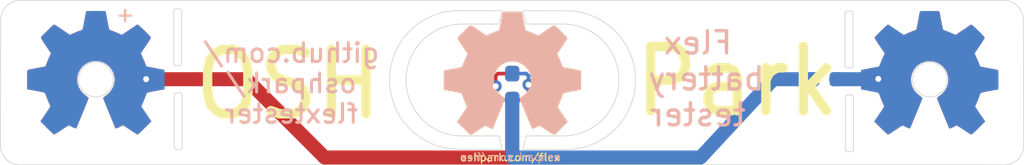
<source format=kicad_pcb>
(kicad_pcb (version 20201115) (generator pcbnew)
  (layers (0 "F.Cu" jumper) (31 "B.Cu" signal) (34 "B.Paste" user) (35 "F.Paste" user) (36 "B.SilkS" user) (37 "F.SilkS" user) (38 "B.Mask" user) (39 "F.Mask" user) (44 "Edge.Cuts" user))
  (net 0 "")
  (net 1 "GND")
  (net 2 "+3V3")
  (footprint "LED_SMD:LED_0603_1608Metric_Pad1.05x0.95mm_HandSolder" (layer "F.Cu") (at 153.21 96.03 90)
    (fp_text reference "D1" hide)
    (fp_text value "LED" hide)
    (pad "1" smd roundrect (at -0.875 0 90) (size 1.05 0.95) (layers "F.Cu" "F.Paste" "F.Mask") (net 1 "GND"))
    (pad "2" smd roundrect (at 0.875 0 90) (size 1.05 0.95) (layers "F.Cu" "F.Paste" "F.Mask") (net 2 "+3V3"))
  )
  (footprint "afterdark:OSHW-Logo2_14.6x12mm_Copper" (layer "F.Cu") (at 181.27 96.5)
    (fp_text reference "J2" hide)
    (fp_text value "Conn_01x01_Female" hide)
  )
  (footprint "afterdark:OSHW-Logo2_14.6x12mm_Copper" (layer "F.Cu") (at 125.222 96.4946)
    (fp_text reference "J2" hide)
    (fp_text value "Conn_01x01_Female" hide)
    (fp_poly (pts (xy 0.209014 -5.547002) (xy 0.367006 -5.546137) (xy 0.481347 -5.543795) (xy 0.559407 -5.539238) (xy 0.608554 -5.53173) (xy 0.636159 -5.520534) (xy 0.649592 -5.504912) (xy 0.656221 -5.484127) (xy 0.656865 -5.481437) (xy 0.666935 -5.432887) (xy 0.685575 -5.337095) (xy 0.710845 -5.204257) (xy 0.740807 -5.044569) (xy 0.773522 -4.868226) (xy 0.774664 -4.862033) (xy 0.807433 -4.689218) (xy 0.838093 -4.536531) (xy 0.864664 -4.413129) (xy 0.885167 -4.328169) (xy 0.897626 -4.29081) (xy 0.89822 -4.290148) (xy 0.934919 -4.271905) (xy 1.010586 -4.241503) (xy 1.108878 -4.205507) (xy 1.109425 -4.205315) (xy 1.233233 -4.158778) (xy 1.379196 -4.099496) (xy 1.516781 -4.039891) (xy 1.523293 -4.036944) (xy 1.74739 -3.935235) (xy 2.243619 -4.274103) (xy 2.395846 -4.377408) (xy 2.533741 -4.469763) (xy 2.649315 -4.545916) (xy 2.734579 -4.600615) (xy 2.781544 -4.628607) (xy 2.786004 -4.630683) (xy 2.820134 -4.62144) (xy 2.883881 -4.576844) (xy 2.979731 -4.494791) (xy 3.110169 -4.373179) (xy 3.243328 -4.243795) (xy 3.371694 -4.116298) (xy 3.486581 -3.999954) (xy 3.581073 -3.901948) (xy 3.648253 -3.829464) (xy 3.681206 -3.789687) (xy 3.682432 -3.787639) (xy 3.686074 -3.760344) (xy 3.67235 -3.715766) (xy 3.637869 -3.647888) (xy 3.579239 -3.550689) (xy 3.49307 -3.418149) (xy 3.3782 -3.247524) (xy 3.276254 -3.097345) (xy 3.185123 -2.96265) (xy 3.110073 -2.85126) (xy 3.056369 -2.770995) (xy 3.02928 -2.729675) (xy 3.027574 -2.72687) (xy 3.030882 -2.687279) (xy 3.055953 -2.610331) (xy 3.097798 -2.510568) (xy 3.112712 -2.478709) (xy 3.177786 -2.336774) (xy 3.247212 -2.175727) (xy 3.303609 -2.036379) (xy 3.344247 -1.932956) (xy 3.376526 -1.854358) (xy 3.395178 -1.81328) (xy 3.397497 -1.810115) (xy 3.431803 -1.804872) (xy 3.512669 -1.790506) (xy 3.629343 -1.769063) (xy 3.771075 -1.742587) (xy 3.92711 -1.713123) (xy 4.086698 -1.682717) (xy 4.239085 -1.653412) (xy 4.373521 -1.627255) (xy 4.479252 -1.60629) (xy 4.545526 -1.592561) (xy 4.561782 -1.58868) (xy 4.578573 -1.5791) (xy 4.591249 -1.557464) (xy 4.600378 -1.516469) (xy 4.606531 -1.448811) (xy 4.61028 -1.347188) (xy 4.612192 -1.204297) (xy 4.61284 -1.012835) (xy 4.612874 -0.934355) (xy 4.612874 -0.296094) (xy 4.459598 -0.26584) (xy 4.374322 -0.249436) (xy 4.24707 -0.225491) (xy 4.093315 -0.196893) (xy 3.928534 -0.166533) (xy 3.882989 -0.158194) (xy 3.730932 -0.12863) (xy 3.598468 -0.099558) (xy 3.496714 -0.073671) (xy 3.436788 -0.053663) (xy 3.426805 -0.047699) (xy 3.402293 -0.005466) (xy 3.367148 0.07637) (xy 3.328173 0.181683) (xy 3.320442 0.204368) (xy 3.26936 0.345018) (xy 3.205954 0.503714) (xy 3.143904 0.646225) (xy 3.143598 0.646886) (xy 3.040267 0.87044) (xy 3.719961 1.870232) (xy 3.283621 2.3073) (xy 3.151649 2.437381) (xy 3.031279 2.552048) (xy 2.929273 2.645181) (xy 2.852391 2.710658) (xy 2.807393 2.742357) (xy 2.800938 2.744368) (xy 2.76304 2.728529) (xy 2.685708 2.684496) (xy 2.577389 2.61749) (xy 2.446532 2.532734) (xy 2.305052 2.437816) (xy 2.161461 2.340998) (xy 2.033435 2.256751) (xy 1.929105 2.190258) (xy 1.8566 2.146702) (xy 1.824158 2.131264) (xy 1.784576 2.144328) (xy 1.709519 2.17875) (xy 1.614468 2.22738) (xy 1.604392 2.232785) (xy 1.476391 2.29698) (xy 1.388618 2.328463) (xy 1.334028 2.328798) (xy 1.305575 2.299548) (xy 1.30541 2.299138) (xy 1.291188 2.264498) (xy 1.257269 2.182269) (xy 1.206284 2.058814) (xy 1.140862 1.900498) (xy 1.063634 1.713686) (xy 0.977229 1.504742) (xy 0.893551 1.302446) (xy 0.801588 1.0792) (xy 0.71715 0.872392) (xy 0.642769 0.688362) (xy 0.580974 0.533451) (xy 0.534297 0.413996) (xy 0.505268 0.336339) (xy 0.496322 0.307356) (xy 0.518756 0.27411) (xy 0.577439 0.221123) (xy 0.655689 0.162704) (xy 0.878534 -0.022048) (xy 1.052718 -0.233818) (xy 1.176154 -0.468144) (xy 1.246754 -0.720566) (xy 1.262431 -0.986623) (xy 1.251036 -1.109425) (xy 1.18895 -1.364207) (xy 1.082023 -1.589199) (xy 0.936889 -1.782183) (xy 0.760178 -1.940939) (xy 0.558522 -2.06325) (xy 0.338554 -2.146895) (xy 0.106906 -2.189656) (xy -0.129791 -2.189313) (xy -0.364905 -2.143648) (xy -0.591804 -2.050441) (xy -0.803856 -1.907473) (xy -0.892364 -1.826617) (xy -1.062111 -1.618993) (xy -1.180301 -1.392105) (xy -1.247722 -1.152567) (xy -1.26516 -0.906993) (xy -1.233402 -0.661997) (xy -1.153235 -0.424192) (xy -1.025445 -0.200193) (xy -0.85082 0.003387) (xy -0.655688 0.162704) (xy -0.574409 0.223602) (xy -0.516991 0.276015) (xy -0.496322 0.307406) (xy -0.507144 0.341639) (xy -0.537923 0.423419) (xy -0.586126 0.546407) (xy -0.649222 0.704263) (xy -0.724678 0.890649) (xy -0.809962 1.099226) (xy -0.893781 1.302496) (xy -0.986255 1.525933) (xy -1.071911 1.732984) (xy -1.148118 1.917286) (xy -1.212247 2.072475) (xy -1.261668 2.192188) (xy -1.293752 2.270061) (xy -1.305641 2.299138) (xy -1.333726 2.328677) (xy -1.388051 2.328591) (xy -1.475605 2.297326) (xy -1.603381 2.233329) (xy -1.604392 2.232785) (xy -1.700598 2.183121) (xy -1.778369 2.146945) (xy -1.822223 2.131408) (xy -1.824158 2.131264) (xy -1.857171 2.147024) (xy -1.930054 2.19085) (xy -2.034678 2.257557) (xy -2.16291 2.341964) (xy -2.305052 2.437816) (xy -2.449767 2.534867) (xy -2.580196 2.61927) (xy -2.68789 2.685801) (xy -2.764402 2.729238) (xy -2.800938 2.744368) (xy -2.834582 2.724482) (xy -2.902224 2.668903) (xy -2.997107 2.583754) (xy -3.11247 2.475153) (xy -3.241555 2.349221) (xy -3.283771 2.307149) (xy -3.720261 1.869931) (xy -3.388023 1.38234) (xy -3.287054 1.232605) (xy -3.198438 1.09822) (xy -3.127146 0.986969) (xy -3.07815 0.906639) (xy -3.056422 0.865014) (xy -3.055785 0.862053) (xy -3.06724 0.822818) (xy -3.098051 0.743895) (xy -3.142884 0.638509) (xy -3.174353 0.567954) (xy -3.233192 0.432876) (xy -3.288604 0.296409) (xy -3.331564 0.181103) (xy -3.343234 0.145977) (xy -3.376389 0.052174) (xy -3.408799 -0.020306) (xy -3.426601 -0.047699) (xy -3.465886 -0.064464) (xy -3.551626 -0.08823) (xy -3.672697 -0.116303) (xy -3.817973 -0.145991) (xy -3.882988 -0.158194) (xy -4.048087 -0.188532) (xy -4.206448 -0.217907) (xy -4.342596 -0.243431) (xy -4.441057 -0.262215) (xy -4.459598 -0.26584) (xy -4.612873 -0.296094) (xy -4.612873 -0.934355) (xy -4.612529 -1.14423) (xy -4.611116 -1.30302) (xy -4.608064 -1.418027) (xy -4.602803 -1.496554) (xy -4.594763 -1.545904) (xy -4.583373 -1.573381) (xy -4.568063 -1.586287) (xy -4.561782 -1.58868) (xy -4.523896 -1.597167) (xy -4.440195 -1.6141) (xy -4.321433 -1.637434) (xy -4.178361 -1.665125) (xy -4.021732 -1.695127) (xy -3.862297 -1.725396) (xy -3.710809 -1.753885) (xy -3.578019 -1.778551) (xy -3.474681 -1.797349) (xy -3.411545 -1.808233) (xy -3.397497 -1.810115) (xy -3.38477 -1.835296) (xy -3.3566 -1.902378) (xy -3.318252 -1.998667) (xy -3.303609 -2.036379) (xy -3.244548 -2.182079) (xy -3.175 -2.343049) (xy -3.112712 -2.478709) (xy -3.066879 -2.582439) (xy -3.036387 -2.667674) (xy -3.026208 -2.719874) (xy -3.027831 -2.72687) (xy -3.049343 -2.759898) (xy -3.098465 -2.833357) (xy -3.169923 -2.939423) (xy -3.258445 -3.070274) (xy -3.358759 -3.218088) (xy -3.378594 -3.247266) (xy -3.494988 -3.420137) (xy -3.580548 -3.551774) (xy -3.638684 -3.648239) (xy -3.672808 -3.715592) (xy -3.686331 -3.759894) (xy -3.682664 -3.787206) (xy -3.68257 -3.78738) (xy -3.653707 -3.823254) (xy -3.589867 -3.892609) (xy -3.497969 -3.988255) (xy -3.384933 -4.103001) (xy -3.257679 -4.229659) (xy -3.243328 -4.243795) (xy -3.082957 -4.399097) (xy -2.959195 -4.51313) (xy -2.869555 -4.587998) (xy -2.811552 -4.625804) (xy -2.786004 -4.630683) (xy -2.748718 -4.609397) (xy -2.671343 -4.560227) (xy -2.561867 -4.488425) (xy -2.42828 -4.399245) (xy -2.27857 -4.297937) (xy -2.243618 -4.274103) (xy -1.74739 -3.935235) (xy -1.523293 -4.036944) (xy -1.387011 -4.096217) (xy -1.240724 -4.15583) (xy -1.114965 -4.20336) (xy -1.109425 -4.205315) (xy -1.011057 -4.241323) (xy -0.935229 -4.271771) (xy -0.898282 -4.290095) (xy -0.89822 -4.290148) (xy -0.886496 -4.323271) (xy -0.866568 -4.404733) (xy -0.840413 -4.525375) (xy -0.81001 -4.676041) (xy -0.777337 -4.847572) (xy -0.774664 -4.862033) (xy -0.74189 -5.038765) (xy -0.711802 -5.19919) (xy -0.686339 -5.333112) (xy -0.667441 -5.430337) (xy -0.657047 -5.480668) (xy -0.656865 -5.481437) (xy -0.650539 -5.502847) (xy -0.638239 -5.519012) (xy -0.612594 -5.530669) (xy -0.566235 -5.538555) (xy -0.491792 -5.543407) (xy -0.381895 -5.545961) (xy -0.229175 -5.546955) (xy -0.026262 -5.547126) (xy 0 -5.547126) (xy 0.209014 -5.547002)) (layer "F.Cu") (width 0.01) (fill solid))
  )
  (footprint "afterdark:OSHW-Logo2_14.6x12mm_Copper" (layer "F.Cu") (at 153.22 96.54)
    (fp_text reference "J2" hide)
    (fp_text value "Conn_01x01_Female" hide)
  )
  (footprint "afterdark:OSHW-Logo2_14.6x12mm_Copper" (layer "F.Cu") (at 125.222 96.4946)
    (fp_text reference "J2" hide)
    (fp_text value "Conn_01x01_Female" hide)
  )
  (footprint "afterdark:OSHW-Logo2_14.6x12mm_Copper" (layer "F.Cu") (at 181.27 96.5)
    (fp_text reference "J2" hide)
    (fp_text value "Conn_01x01_Female" hide)
    (fp_poly (pts (xy 0.209014 -5.547002) (xy 0.367006 -5.546137) (xy 0.481347 -5.543795) (xy 0.559407 -5.539238) (xy 0.608554 -5.53173) (xy 0.636159 -5.520534) (xy 0.649592 -5.504912) (xy 0.656221 -5.484127) (xy 0.656865 -5.481437) (xy 0.666935 -5.432887) (xy 0.685575 -5.337095) (xy 0.710845 -5.204257) (xy 0.740807 -5.044569) (xy 0.773522 -4.868226) (xy 0.774664 -4.862033) (xy 0.807433 -4.689218) (xy 0.838093 -4.536531) (xy 0.864664 -4.413129) (xy 0.885167 -4.328169) (xy 0.897626 -4.29081) (xy 0.89822 -4.290148) (xy 0.934919 -4.271905) (xy 1.010586 -4.241503) (xy 1.108878 -4.205507) (xy 1.109425 -4.205315) (xy 1.233233 -4.158778) (xy 1.379196 -4.099496) (xy 1.516781 -4.039891) (xy 1.523293 -4.036944) (xy 1.74739 -3.935235) (xy 2.243619 -4.274103) (xy 2.395846 -4.377408) (xy 2.533741 -4.469763) (xy 2.649315 -4.545916) (xy 2.734579 -4.600615) (xy 2.781544 -4.628607) (xy 2.786004 -4.630683) (xy 2.820134 -4.62144) (xy 2.883881 -4.576844) (xy 2.979731 -4.494791) (xy 3.110169 -4.373179) (xy 3.243328 -4.243795) (xy 3.371694 -4.116298) (xy 3.486581 -3.999954) (xy 3.581073 -3.901948) (xy 3.648253 -3.829464) (xy 3.681206 -3.789687) (xy 3.682432 -3.787639) (xy 3.686074 -3.760344) (xy 3.67235 -3.715766) (xy 3.637869 -3.647888) (xy 3.579239 -3.550689) (xy 3.49307 -3.418149) (xy 3.3782 -3.247524) (xy 3.276254 -3.097345) (xy 3.185123 -2.96265) (xy 3.110073 -2.85126) (xy 3.056369 -2.770995) (xy 3.02928 -2.729675) (xy 3.027574 -2.72687) (xy 3.030882 -2.687279) (xy 3.055953 -2.610331) (xy 3.097798 -2.510568) (xy 3.112712 -2.478709) (xy 3.177786 -2.336774) (xy 3.247212 -2.175727) (xy 3.303609 -2.036379) (xy 3.344247 -1.932956) (xy 3.376526 -1.854358) (xy 3.395178 -1.81328) (xy 3.397497 -1.810115) (xy 3.431803 -1.804872) (xy 3.512669 -1.790506) (xy 3.629343 -1.769063) (xy 3.771075 -1.742587) (xy 3.92711 -1.713123) (xy 4.086698 -1.682717) (xy 4.239085 -1.653412) (xy 4.373521 -1.627255) (xy 4.479252 -1.60629) (xy 4.545526 -1.592561) (xy 4.561782 -1.58868) (xy 4.578573 -1.5791) (xy 4.591249 -1.557464) (xy 4.600378 -1.516469) (xy 4.606531 -1.448811) (xy 4.61028 -1.347188) (xy 4.612192 -1.204297) (xy 4.61284 -1.012835) (xy 4.612874 -0.934355) (xy 4.612874 -0.296094) (xy 4.459598 -0.26584) (xy 4.374322 -0.249436) (xy 4.24707 -0.225491) (xy 4.093315 -0.196893) (xy 3.928534 -0.166533) (xy 3.882989 -0.158194) (xy 3.730932 -0.12863) (xy 3.598468 -0.099558) (xy 3.496714 -0.073671) (xy 3.436788 -0.053663) (xy 3.426805 -0.047699) (xy 3.402293 -0.005466) (xy 3.367148 0.07637) (xy 3.328173 0.181683) (xy 3.320442 0.204368) (xy 3.26936 0.345018) (xy 3.205954 0.503714) (xy 3.143904 0.646225) (xy 3.143598 0.646886) (xy 3.040267 0.87044) (xy 3.719961 1.870232) (xy 3.283621 2.3073) (xy 3.151649 2.437381) (xy 3.031279 2.552048) (xy 2.929273 2.645181) (xy 2.852391 2.710658) (xy 2.807393 2.742357) (xy 2.800938 2.744368) (xy 2.76304 2.728529) (xy 2.685708 2.684496) (xy 2.577389 2.61749) (xy 2.446532 2.532734) (xy 2.305052 2.437816) (xy 2.161461 2.340998) (xy 2.033435 2.256751) (xy 1.929105 2.190258) (xy 1.8566 2.146702) (xy 1.824158 2.131264) (xy 1.784576 2.144328) (xy 1.709519 2.17875) (xy 1.614468 2.22738) (xy 1.604392 2.232785) (xy 1.476391 2.29698) (xy 1.388618 2.328463) (xy 1.334028 2.328798) (xy 1.305575 2.299548) (xy 1.30541 2.299138) (xy 1.291188 2.264498) (xy 1.257269 2.182269) (xy 1.206284 2.058814) (xy 1.140862 1.900498) (xy 1.063634 1.713686) (xy 0.977229 1.504742) (xy 0.893551 1.302446) (xy 0.801588 1.0792) (xy 0.71715 0.872392) (xy 0.642769 0.688362) (xy 0.580974 0.533451) (xy 0.534297 0.413996) (xy 0.505268 0.336339) (xy 0.496322 0.307356) (xy 0.518756 0.27411) (xy 0.577439 0.221123) (xy 0.655689 0.162704) (xy 0.878534 -0.022048) (xy 1.052718 -0.233818) (xy 1.176154 -0.468144) (xy 1.246754 -0.720566) (xy 1.262431 -0.986623) (xy 1.251036 -1.109425) (xy 1.18895 -1.364207) (xy 1.082023 -1.589199) (xy 0.936889 -1.782183) (xy 0.760178 -1.940939) (xy 0.558522 -2.06325) (xy 0.338554 -2.146895) (xy 0.106906 -2.189656) (xy -0.129791 -2.189313) (xy -0.364905 -2.143648) (xy -0.591804 -2.050441) (xy -0.803856 -1.907473) (xy -0.892364 -1.826617) (xy -1.062111 -1.618993) (xy -1.180301 -1.392105) (xy -1.247722 -1.152567) (xy -1.26516 -0.906993) (xy -1.233402 -0.661997) (xy -1.153235 -0.424192) (xy -1.025445 -0.200193) (xy -0.85082 0.003387) (xy -0.655688 0.162704) (xy -0.574409 0.223602) (xy -0.516991 0.276015) (xy -0.496322 0.307406) (xy -0.507144 0.341639) (xy -0.537923 0.423419) (xy -0.586126 0.546407) (xy -0.649222 0.704263) (xy -0.724678 0.890649) (xy -0.809962 1.099226) (xy -0.893781 1.302496) (xy -0.986255 1.525933) (xy -1.071911 1.732984) (xy -1.148118 1.917286) (xy -1.212247 2.072475) (xy -1.261668 2.192188) (xy -1.293752 2.270061) (xy -1.305641 2.299138) (xy -1.333726 2.328677) (xy -1.388051 2.328591) (xy -1.475605 2.297326) (xy -1.603381 2.233329) (xy -1.604392 2.232785) (xy -1.700598 2.183121) (xy -1.778369 2.146945) (xy -1.822223 2.131408) (xy -1.824158 2.131264) (xy -1.857171 2.147024) (xy -1.930054 2.19085) (xy -2.034678 2.257557) (xy -2.16291 2.341964) (xy -2.305052 2.437816) (xy -2.449767 2.534867) (xy -2.580196 2.61927) (xy -2.68789 2.685801) (xy -2.764402 2.729238) (xy -2.800938 2.744368) (xy -2.834582 2.724482) (xy -2.902224 2.668903) (xy -2.997107 2.583754) (xy -3.11247 2.475153) (xy -3.241555 2.349221) (xy -3.283771 2.307149) (xy -3.720261 1.869931) (xy -3.388023 1.38234) (xy -3.287054 1.232605) (xy -3.198438 1.09822) (xy -3.127146 0.986969) (xy -3.07815 0.906639) (xy -3.056422 0.865014) (xy -3.055785 0.862053) (xy -3.06724 0.822818) (xy -3.098051 0.743895) (xy -3.142884 0.638509) (xy -3.174353 0.567954) (xy -3.233192 0.432876) (xy -3.288604 0.296409) (xy -3.331564 0.181103) (xy -3.343234 0.145977) (xy -3.376389 0.052174) (xy -3.408799 -0.020306) (xy -3.426601 -0.047699) (xy -3.465886 -0.064464) (xy -3.551626 -0.08823) (xy -3.672697 -0.116303) (xy -3.817973 -0.145991) (xy -3.882988 -0.158194) (xy -4.048087 -0.188532) (xy -4.206448 -0.217907) (xy -4.342596 -0.243431) (xy -4.441057 -0.262215) (xy -4.459598 -0.26584) (xy -4.612873 -0.296094) (xy -4.612873 -0.934355) (xy -4.612529 -1.14423) (xy -4.611116 -1.30302) (xy -4.608064 -1.418027) (xy -4.602803 -1.496554) (xy -4.594763 -1.545904) (xy -4.583373 -1.573381) (xy -4.568063 -1.586287) (xy -4.561782 -1.58868) (xy -4.523896 -1.597167) (xy -4.440195 -1.6141) (xy -4.321433 -1.637434) (xy -4.178361 -1.665125) (xy -4.021732 -1.695127) (xy -3.862297 -1.725396) (xy -3.710809 -1.753885) (xy -3.578019 -1.778551) (xy -3.474681 -1.797349) (xy -3.411545 -1.808233) (xy -3.397497 -1.810115) (xy -3.38477 -1.835296) (xy -3.3566 -1.902378) (xy -3.318252 -1.998667) (xy -3.303609 -2.036379) (xy -3.244548 -2.182079) (xy -3.175 -2.343049) (xy -3.112712 -2.478709) (xy -3.066879 -2.582439) (xy -3.036387 -2.667674) (xy -3.026208 -2.719874) (xy -3.027831 -2.72687) (xy -3.049343 -2.759898) (xy -3.098465 -2.833357) (xy -3.169923 -2.939423) (xy -3.258445 -3.070274) (xy -3.358759 -3.218088) (xy -3.378594 -3.247266) (xy -3.494988 -3.420137) (xy -3.580548 -3.551774) (xy -3.638684 -3.648239) (xy -3.672808 -3.715592) (xy -3.686331 -3.759894) (xy -3.682664 -3.787206) (xy -3.68257 -3.78738) (xy -3.653707 -3.823254) (xy -3.589867 -3.892609) (xy -3.497969 -3.988255) (xy -3.384933 -4.103001) (xy -3.257679 -4.229659) (xy -3.243328 -4.243795) (xy -3.082957 -4.399097) (xy -2.959195 -4.51313) (xy -2.869555 -4.587998) (xy -2.811552 -4.625804) (xy -2.786004 -4.630683) (xy -2.748718 -4.609397) (xy -2.671343 -4.560227) (xy -2.561867 -4.488425) (xy -2.42828 -4.399245) (xy -2.27857 -4.297937) (xy -2.243618 -4.274103) (xy -1.74739 -3.935235) (xy -1.523293 -4.036944) (xy -1.387011 -4.096217) (xy -1.240724 -4.15583) (xy -1.114965 -4.20336) (xy -1.109425 -4.205315) (xy -1.011057 -4.241323) (xy -0.935229 -4.271771) (xy -0.898282 -4.290095) (xy -0.89822 -4.290148) (xy -0.886496 -4.323271) (xy -0.866568 -4.404733) (xy -0.840413 -4.525375) (xy -0.81001 -4.676041) (xy -0.777337 -4.847572) (xy -0.774664 -4.862033) (xy -0.74189 -5.038765) (xy -0.711802 -5.19919) (xy -0.686339 -5.333112) (xy -0.667441 -5.430337) (xy -0.657047 -5.480668) (xy -0.656865 -5.481437) (xy -0.650539 -5.502847) (xy -0.638239 -5.519012) (xy -0.612594 -5.530669) (xy -0.566235 -5.538555) (xy -0.491792 -5.543407) (xy -0.381895 -5.545961) (xy -0.229175 -5.546955) (xy -0.026262 -5.547126) (xy 0 -5.547126) (xy 0.209014 -5.547002)) (layer "F.Cu") (width 0.01) (fill solid))
  )
  (footprint "LED_SMD:LED_0603_1608Metric_Pad1.05x0.95mm_HandSolder" (layer "B.Cu") (at 153.21 96.03 -90)
    (fp_text reference "D1" hide)
    (fp_text value "LED" hide)
    (pad "1" smd roundrect (at -0.875 0 270) (size 1.05 0.95) (layers "B.Cu" "B.Paste" "B.Mask") (net 1 "GND"))
    (pad "2" smd roundrect (at 0.875 0 270) (size 1.05 0.95) (layers "B.Cu" "B.Paste" "B.Mask") (net 2 "+3V3"))
  )
  (footprint "afterdark:OSHW-Logo2_14.6x12mm_Copper" (layer "B.Cu") (at 125.222 96.4946 180)
    (fp_text reference "J2" hide)
    (fp_text value "Conn_01x01_Female" hide)
  )
  (footprint "afterdark:OSHW-Logo2_14.6x12mm_Copper" (layer "B.Cu") (at 181.28 96.5 180)
    (fp_text reference "J2" hide)
    (fp_text value "Conn_01x01_Female" hide)
  )
  (footprint "afterdark:OSHW-Logo2_14.6x12mm_Copper" (layer "B.Cu") (at 153.22 96.53 180)
    (fp_text reference "J2" hide)
    (fp_text value "Conn_01x01_Female" hide)
  )
  (footprint "afterdark:OSHW-Logo2_14.6x12mm_Copper" (layer "B.Cu") (at 181.27 96.5 180)
    (fp_text reference "J2" hide)
    (fp_text value "Conn_01x01_Female" hide)
    (fp_poly (pts (xy 0.209014 5.547002) (xy 0.367006 5.546137) (xy 0.481347 5.543795) (xy 0.559407 5.539238) (xy 0.608554 5.53173) (xy 0.636159 5.520534) (xy 0.649592 5.504912) (xy 0.656221 5.484127) (xy 0.656865 5.481437) (xy 0.666935 5.432887) (xy 0.685575 5.337095) (xy 0.710845 5.204257) (xy 0.740807 5.044569) (xy 0.773522 4.868226) (xy 0.774664 4.862033) (xy 0.807433 4.689218) (xy 0.838093 4.536531) (xy 0.864664 4.413129) (xy 0.885167 4.328169) (xy 0.897626 4.29081) (xy 0.89822 4.290148) (xy 0.934919 4.271905) (xy 1.010586 4.241503) (xy 1.108878 4.205507) (xy 1.109425 4.205315) (xy 1.233233 4.158778) (xy 1.379196 4.099496) (xy 1.516781 4.039891) (xy 1.523293 4.036944) (xy 1.74739 3.935235) (xy 2.243619 4.274103) (xy 2.395846 4.377408) (xy 2.533741 4.469763) (xy 2.649315 4.545916) (xy 2.734579 4.600615) (xy 2.781544 4.628607) (xy 2.786004 4.630683) (xy 2.820134 4.62144) (xy 2.883881 4.576844) (xy 2.979731 4.494791) (xy 3.110169 4.373179) (xy 3.243328 4.243795) (xy 3.371694 4.116298) (xy 3.486581 3.999954) (xy 3.581073 3.901948) (xy 3.648253 3.829464) (xy 3.681206 3.789687) (xy 3.682432 3.787639) (xy 3.686074 3.760344) (xy 3.67235 3.715766) (xy 3.637869 3.647888) (xy 3.579239 3.550689) (xy 3.49307 3.418149) (xy 3.3782 3.247524) (xy 3.276254 3.097345) (xy 3.185123 2.96265) (xy 3.110073 2.85126) (xy 3.056369 2.770995) (xy 3.02928 2.729675) (xy 3.027574 2.72687) (xy 3.030882 2.687279) (xy 3.055953 2.610331) (xy 3.097798 2.510568) (xy 3.112712 2.478709) (xy 3.177786 2.336774) (xy 3.247212 2.175727) (xy 3.303609 2.036379) (xy 3.344247 1.932956) (xy 3.376526 1.854358) (xy 3.395178 1.81328) (xy 3.397497 1.810115) (xy 3.431803 1.804872) (xy 3.512669 1.790506) (xy 3.629343 1.769063) (xy 3.771075 1.742587) (xy 3.92711 1.713123) (xy 4.086698 1.682717) (xy 4.239085 1.653412) (xy 4.373521 1.627255) (xy 4.479252 1.60629) (xy 4.545526 1.592561) (xy 4.561782 1.58868) (xy 4.578573 1.5791) (xy 4.591249 1.557464) (xy 4.600378 1.516469) (xy 4.606531 1.448811) (xy 4.61028 1.347188) (xy 4.612192 1.204297) (xy 4.61284 1.012835) (xy 4.612874 0.934355) (xy 4.612874 0.296094) (xy 4.459598 0.26584) (xy 4.374322 0.249436) (xy 4.24707 0.225491) (xy 4.093315 0.196893) (xy 3.928534 0.166533) (xy 3.882989 0.158194) (xy 3.730932 0.12863) (xy 3.598468 0.099558) (xy 3.496714 0.073671) (xy 3.436788 0.053663) (xy 3.426805 0.047699) (xy 3.402293 0.005466) (xy 3.367148 -0.07637) (xy 3.328173 -0.181683) (xy 3.320442 -0.204368) (xy 3.26936 -0.345018) (xy 3.205954 -0.503714) (xy 3.143904 -0.646225) (xy 3.143598 -0.646886) (xy 3.040267 -0.87044) (xy 3.719961 -1.870232) (xy 3.283621 -2.3073) (xy 3.151649 -2.437381) (xy 3.031279 -2.552048) (xy 2.929273 -2.645181) (xy 2.852391 -2.710658) (xy 2.807393 -2.742357) (xy 2.800938 -2.744368) (xy 2.76304 -2.728529) (xy 2.685708 -2.684496) (xy 2.577389 -2.61749) (xy 2.446532 -2.532734) (xy 2.305052 -2.437816) (xy 2.161461 -2.340998) (xy 2.033435 -2.256751) (xy 1.929105 -2.190258) (xy 1.8566 -2.146702) (xy 1.824158 -2.131264) (xy 1.784576 -2.144328) (xy 1.709519 -2.17875) (xy 1.614468 -2.22738) (xy 1.604392 -2.232785) (xy 1.476391 -2.29698) (xy 1.388618 -2.328463) (xy 1.334028 -2.328798) (xy 1.305575 -2.299548) (xy 1.30541 -2.299138) (xy 1.291188 -2.264498) (xy 1.257269 -2.182269) (xy 1.206284 -2.058814) (xy 1.140862 -1.900498) (xy 1.063634 -1.713686) (xy 0.977229 -1.504742) (xy 0.893551 -1.302446) (xy 0.801588 -1.0792) (xy 0.71715 -0.872392) (xy 0.642769 -0.688362) (xy 0.580974 -0.533451) (xy 0.534297 -0.413996) (xy 0.505268 -0.336339) (xy 0.496322 -0.307356) (xy 0.518756 -0.27411) (xy 0.577439 -0.221123) (xy 0.655689 -0.162704) (xy 0.878534 0.022048) (xy 1.052718 0.233818) (xy 1.176154 0.468144) (xy 1.246754 0.720566) (xy 1.262431 0.986623) (xy 1.251036 1.109425) (xy 1.18895 1.364207) (xy 1.082023 1.589199) (xy 0.936889 1.782183) (xy 0.760178 1.940939) (xy 0.558522 2.06325) (xy 0.338554 2.146895) (xy 0.106906 2.189656) (xy -0.129791 2.189313) (xy -0.364905 2.143648) (xy -0.591804 2.050441) (xy -0.803856 1.907473) (xy -0.892364 1.826617) (xy -1.062111 1.618993) (xy -1.180301 1.392105) (xy -1.247722 1.152567) (xy -1.26516 0.906993) (xy -1.233402 0.661997) (xy -1.153235 0.424192) (xy -1.025445 0.200193) (xy -0.85082 -0.003387) (xy -0.655688 -0.162704) (xy -0.574409 -0.223602) (xy -0.516991 -0.276015) (xy -0.496322 -0.307406) (xy -0.507144 -0.341639) (xy -0.537923 -0.423419) (xy -0.586126 -0.546407) (xy -0.649222 -0.704263) (xy -0.724678 -0.890649) (xy -0.809962 -1.099226) (xy -0.893781 -1.302496) (xy -0.986255 -1.525933) (xy -1.071911 -1.732984) (xy -1.148118 -1.917286) (xy -1.212247 -2.072475) (xy -1.261668 -2.192188) (xy -1.293752 -2.270061) (xy -1.305641 -2.299138) (xy -1.333726 -2.328677) (xy -1.388051 -2.328591) (xy -1.475605 -2.297326) (xy -1.603381 -2.233329) (xy -1.604392 -2.232785) (xy -1.700598 -2.183121) (xy -1.778369 -2.146945) (xy -1.822223 -2.131408) (xy -1.824158 -2.131264) (xy -1.857171 -2.147024) (xy -1.930054 -2.19085) (xy -2.034678 -2.257557) (xy -2.16291 -2.341964) (xy -2.305052 -2.437816) (xy -2.449767 -2.534867) (xy -2.580196 -2.61927) (xy -2.68789 -2.685801) (xy -2.764402 -2.729238) (xy -2.800938 -2.744368) (xy -2.834582 -2.724482) (xy -2.902224 -2.668903) (xy -2.997107 -2.583754) (xy -3.11247 -2.475153) (xy -3.241555 -2.349221) (xy -3.283771 -2.307149) (xy -3.720261 -1.869931) (xy -3.388023 -1.38234) (xy -3.287054 -1.232605) (xy -3.198438 -1.09822) (xy -3.127146 -0.986969) (xy -3.07815 -0.906639) (xy -3.056422 -0.865014) (xy -3.055785 -0.862053) (xy -3.06724 -0.822818) (xy -3.098051 -0.743895) (xy -3.142884 -0.638509) (xy -3.174353 -0.567954) (xy -3.233192 -0.432876) (xy -3.288604 -0.296409) (xy -3.331564 -0.181103) (xy -3.343234 -0.145977) (xy -3.376389 -0.052174) (xy -3.408799 0.020306) (xy -3.426601 0.047699) (xy -3.465886 0.064464) (xy -3.551626 0.08823) (xy -3.672697 0.116303) (xy -3.817973 0.145991) (xy -3.882988 0.158194) (xy -4.048087 0.188532) (xy -4.206448 0.217907) (xy -4.342596 0.243431) (xy -4.441057 0.262215) (xy -4.459598 0.26584) (xy -4.612873 0.296094) (xy -4.612873 0.934355) (xy -4.612529 1.14423) (xy -4.611116 1.30302) (xy -4.608064 1.418027) (xy -4.602803 1.496554) (xy -4.594763 1.545904) (xy -4.583373 1.573381) (xy -4.568063 1.586287) (xy -4.561782 1.58868) (xy -4.523896 1.597167) (xy -4.440195 1.6141) (xy -4.321433 1.637434) (xy -4.178361 1.665125) (xy -4.021732 1.695127) (xy -3.862297 1.725396) (xy -3.710809 1.753885) (xy -3.578019 1.778551) (xy -3.474681 1.797349) (xy -3.411545 1.808233) (xy -3.397497 1.810115) (xy -3.38477 1.835296) (xy -3.3566 1.902378) (xy -3.318252 1.998667) (xy -3.303609 2.036379) (xy -3.244548 2.182079) (xy -3.175 2.343049) (xy -3.112712 2.478709) (xy -3.066879 2.582439) (xy -3.036387 2.667674) (xy -3.026208 2.719874) (xy -3.027831 2.72687) (xy -3.049343 2.759898) (xy -3.098465 2.833357) (xy -3.169923 2.939423) (xy -3.258445 3.070274) (xy -3.358759 3.218088) (xy -3.378594 3.247266) (xy -3.494988 3.420137) (xy -3.580548 3.551774) (xy -3.638684 3.648239) (xy -3.672808 3.715592) (xy -3.686331 3.759894) (xy -3.682664 3.787206) (xy -3.68257 3.78738) (xy -3.653707 3.823254) (xy -3.589867 3.892609) (xy -3.497969 3.988255) (xy -3.384933 4.103001) (xy -3.257679 4.229659) (xy -3.243328 4.243795) (xy -3.082957 4.399097) (xy -2.959195 4.51313) (xy -2.869555 4.587998) (xy -2.811552 4.625804) (xy -2.786004 4.630683) (xy -2.748718 4.609397) (xy -2.671343 4.560227) (xy -2.561867 4.488425) (xy -2.42828 4.399245) (xy -2.27857 4.297937) (xy -2.243618 4.274103) (xy -1.74739 3.935235) (xy -1.523293 4.036944) (xy -1.387011 4.096217) (xy -1.240724 4.15583) (xy -1.114965 4.20336) (xy -1.109425 4.205315) (xy -1.011057 4.241323) (xy -0.935229 4.271771) (xy -0.898282 4.290095) (xy -0.89822 4.290148) (xy -0.886496 4.323271) (xy -0.866568 4.404733) (xy -0.840413 4.525375) (xy -0.81001 4.676041) (xy -0.777337 4.847572) (xy -0.774664 4.862033) (xy -0.74189 5.038765) (xy -0.711802 5.19919) (xy -0.686339 5.333112) (xy -0.667441 5.430337) (xy -0.657047 5.480668) (xy -0.656865 5.481437) (xy -0.650539 5.502847) (xy -0.638239 5.519012) (xy -0.612594 5.530669) (xy -0.566235 5.538555) (xy -0.491792 5.543407) (xy -0.381895 5.545961) (xy -0.229175 5.546955) (xy -0.026262 5.547126) (xy 0 5.547126) (xy 0.209014 5.547002)) (layer "B.Cu") (width 0.01) (fill solid))
  )
  (footprint "Resistor_SMD:R_0603_1608Metric" (layer "B.Cu") (at 174.1932 95.5294)
    (fp_text reference "REF**" hide)
    (fp_text value "R_0603" hide)
    (pad "1" smd roundrect (at -0.7875 0) (size 0.875 0.95) (layers "B.Cu" "B.Paste" "B.Mask"))
    (pad "2" smd roundrect (at 0.7875 0) (size 0.875 0.95) (layers "B.Cu" "B.Paste" "B.Mask") (net 1 "GND"))
  )
  (footprint "afterdark:OSHW-Logo2_14.6x12mm_Copper" (layer "B.Cu") (at 125.222 96.4946 180)
    (fp_text reference "J2" hide)
    (fp_text value "Conn_01x01_Female" hide)
    (fp_poly (pts (xy 0.209014 5.547002) (xy 0.367006 5.546137) (xy 0.481347 5.543795) (xy 0.559407 5.539238) (xy 0.608554 5.53173) (xy 0.636159 5.520534) (xy 0.649592 5.504912) (xy 0.656221 5.484127) (xy 0.656865 5.481437) (xy 0.666935 5.432887) (xy 0.685575 5.337095) (xy 0.710845 5.204257) (xy 0.740807 5.044569) (xy 0.773522 4.868226) (xy 0.774664 4.862033) (xy 0.807433 4.689218) (xy 0.838093 4.536531) (xy 0.864664 4.413129) (xy 0.885167 4.328169) (xy 0.897626 4.29081) (xy 0.89822 4.290148) (xy 0.934919 4.271905) (xy 1.010586 4.241503) (xy 1.108878 4.205507) (xy 1.109425 4.205315) (xy 1.233233 4.158778) (xy 1.379196 4.099496) (xy 1.516781 4.039891) (xy 1.523293 4.036944) (xy 1.74739 3.935235) (xy 2.243619 4.274103) (xy 2.395846 4.377408) (xy 2.533741 4.469763) (xy 2.649315 4.545916) (xy 2.734579 4.600615) (xy 2.781544 4.628607) (xy 2.786004 4.630683) (xy 2.820134 4.62144) (xy 2.883881 4.576844) (xy 2.979731 4.494791) (xy 3.110169 4.373179) (xy 3.243328 4.243795) (xy 3.371694 4.116298) (xy 3.486581 3.999954) (xy 3.581073 3.901948) (xy 3.648253 3.829464) (xy 3.681206 3.789687) (xy 3.682432 3.787639) (xy 3.686074 3.760344) (xy 3.67235 3.715766) (xy 3.637869 3.647888) (xy 3.579239 3.550689) (xy 3.49307 3.418149) (xy 3.3782 3.247524) (xy 3.276254 3.097345) (xy 3.185123 2.96265) (xy 3.110073 2.85126) (xy 3.056369 2.770995) (xy 3.02928 2.729675) (xy 3.027574 2.72687) (xy 3.030882 2.687279) (xy 3.055953 2.610331) (xy 3.097798 2.510568) (xy 3.112712 2.478709) (xy 3.177786 2.336774) (xy 3.247212 2.175727) (xy 3.303609 2.036379) (xy 3.344247 1.932956) (xy 3.376526 1.854358) (xy 3.395178 1.81328) (xy 3.397497 1.810115) (xy 3.431803 1.804872) (xy 3.512669 1.790506) (xy 3.629343 1.769063) (xy 3.771075 1.742587) (xy 3.92711 1.713123) (xy 4.086698 1.682717) (xy 4.239085 1.653412) (xy 4.373521 1.627255) (xy 4.479252 1.60629) (xy 4.545526 1.592561) (xy 4.561782 1.58868) (xy 4.578573 1.5791) (xy 4.591249 1.557464) (xy 4.600378 1.516469) (xy 4.606531 1.448811) (xy 4.61028 1.347188) (xy 4.612192 1.204297) (xy 4.61284 1.012835) (xy 4.612874 0.934355) (xy 4.612874 0.296094) (xy 4.459598 0.26584) (xy 4.374322 0.249436) (xy 4.24707 0.225491) (xy 4.093315 0.196893) (xy 3.928534 0.166533) (xy 3.882989 0.158194) (xy 3.730932 0.12863) (xy 3.598468 0.099558) (xy 3.496714 0.073671) (xy 3.436788 0.053663) (xy 3.426805 0.047699) (xy 3.402293 0.005466) (xy 3.367148 -0.07637) (xy 3.328173 -0.181683) (xy 3.320442 -0.204368) (xy 3.26936 -0.345018) (xy 3.205954 -0.503714) (xy 3.143904 -0.646225) (xy 3.143598 -0.646886) (xy 3.040267 -0.87044) (xy 3.719961 -1.870232) (xy 3.283621 -2.3073) (xy 3.151649 -2.437381) (xy 3.031279 -2.552048) (xy 2.929273 -2.645181) (xy 2.852391 -2.710658) (xy 2.807393 -2.742357) (xy 2.800938 -2.744368) (xy 2.76304 -2.728529) (xy 2.685708 -2.684496) (xy 2.577389 -2.61749) (xy 2.446532 -2.532734) (xy 2.305052 -2.437816) (xy 2.161461 -2.340998) (xy 2.033435 -2.256751) (xy 1.929105 -2.190258) (xy 1.8566 -2.146702) (xy 1.824158 -2.131264) (xy 1.784576 -2.144328) (xy 1.709519 -2.17875) (xy 1.614468 -2.22738) (xy 1.604392 -2.232785) (xy 1.476391 -2.29698) (xy 1.388618 -2.328463) (xy 1.334028 -2.328798) (xy 1.305575 -2.299548) (xy 1.30541 -2.299138) (xy 1.291188 -2.264498) (xy 1.257269 -2.182269) (xy 1.206284 -2.058814) (xy 1.140862 -1.900498) (xy 1.063634 -1.713686) (xy 0.977229 -1.504742) (xy 0.893551 -1.302446) (xy 0.801588 -1.0792) (xy 0.71715 -0.872392) (xy 0.642769 -0.688362) (xy 0.580974 -0.533451) (xy 0.534297 -0.413996) (xy 0.505268 -0.336339) (xy 0.496322 -0.307356) (xy 0.518756 -0.27411) (xy 0.577439 -0.221123) (xy 0.655689 -0.162704) (xy 0.878534 0.022048) (xy 1.052718 0.233818) (xy 1.176154 0.468144) (xy 1.246754 0.720566) (xy 1.262431 0.986623) (xy 1.251036 1.109425) (xy 1.18895 1.364207) (xy 1.082023 1.589199) (xy 0.936889 1.782183) (xy 0.760178 1.940939) (xy 0.558522 2.06325) (xy 0.338554 2.146895) (xy 0.106906 2.189656) (xy -0.129791 2.189313) (xy -0.364905 2.143648) (xy -0.591804 2.050441) (xy -0.803856 1.907473) (xy -0.892364 1.826617) (xy -1.062111 1.618993) (xy -1.180301 1.392105) (xy -1.247722 1.152567) (xy -1.26516 0.906993) (xy -1.233402 0.661997) (xy -1.153235 0.424192) (xy -1.025445 0.200193) (xy -0.85082 -0.003387) (xy -0.655688 -0.162704) (xy -0.574409 -0.223602) (xy -0.516991 -0.276015) (xy -0.496322 -0.307406) (xy -0.507144 -0.341639) (xy -0.537923 -0.423419) (xy -0.586126 -0.546407) (xy -0.649222 -0.704263) (xy -0.724678 -0.890649) (xy -0.809962 -1.099226) (xy -0.893781 -1.302496) (xy -0.986255 -1.525933) (xy -1.071911 -1.732984) (xy -1.148118 -1.917286) (xy -1.212247 -2.072475) (xy -1.261668 -2.192188) (xy -1.293752 -2.270061) (xy -1.305641 -2.299138) (xy -1.333726 -2.328677) (xy -1.388051 -2.328591) (xy -1.475605 -2.297326) (xy -1.603381 -2.233329) (xy -1.604392 -2.232785) (xy -1.700598 -2.183121) (xy -1.778369 -2.146945) (xy -1.822223 -2.131408) (xy -1.824158 -2.131264) (xy -1.857171 -2.147024) (xy -1.930054 -2.19085) (xy -2.034678 -2.257557) (xy -2.16291 -2.341964) (xy -2.305052 -2.437816) (xy -2.449767 -2.534867) (xy -2.580196 -2.61927) (xy -2.68789 -2.685801) (xy -2.764402 -2.729238) (xy -2.800938 -2.744368) (xy -2.834582 -2.724482) (xy -2.902224 -2.668903) (xy -2.997107 -2.583754) (xy -3.11247 -2.475153) (xy -3.241555 -2.349221) (xy -3.283771 -2.307149) (xy -3.720261 -1.869931) (xy -3.388023 -1.38234) (xy -3.287054 -1.232605) (xy -3.198438 -1.09822) (xy -3.127146 -0.986969) (xy -3.07815 -0.906639) (xy -3.056422 -0.865014) (xy -3.055785 -0.862053) (xy -3.06724 -0.822818) (xy -3.098051 -0.743895) (xy -3.142884 -0.638509) (xy -3.174353 -0.567954) (xy -3.233192 -0.432876) (xy -3.288604 -0.296409) (xy -3.331564 -0.181103) (xy -3.343234 -0.145977) (xy -3.376389 -0.052174) (xy -3.408799 0.020306) (xy -3.426601 0.047699) (xy -3.465886 0.064464) (xy -3.551626 0.08823) (xy -3.672697 0.116303) (xy -3.817973 0.145991) (xy -3.882988 0.158194) (xy -4.048087 0.188532) (xy -4.206448 0.217907) (xy -4.342596 0.243431) (xy -4.441057 0.262215) (xy -4.459598 0.26584) (xy -4.612873 0.296094) (xy -4.612873 0.934355) (xy -4.612529 1.14423) (xy -4.611116 1.30302) (xy -4.608064 1.418027) (xy -4.602803 1.496554) (xy -4.594763 1.545904) (xy -4.583373 1.573381) (xy -4.568063 1.586287) (xy -4.561782 1.58868) (xy -4.523896 1.597167) (xy -4.440195 1.6141) (xy -4.321433 1.637434) (xy -4.178361 1.665125) (xy -4.021732 1.695127) (xy -3.862297 1.725396) (xy -3.710809 1.753885) (xy -3.578019 1.778551) (xy -3.474681 1.797349) (xy -3.411545 1.808233) (xy -3.397497 1.810115) (xy -3.38477 1.835296) (xy -3.3566 1.902378) (xy -3.318252 1.998667) (xy -3.303609 2.036379) (xy -3.244548 2.182079) (xy -3.175 2.343049) (xy -3.112712 2.478709) (xy -3.066879 2.582439) (xy -3.036387 2.667674) (xy -3.026208 2.719874) (xy -3.027831 2.72687) (xy -3.049343 2.759898) (xy -3.098465 2.833357) (xy -3.169923 2.939423) (xy -3.258445 3.070274) (xy -3.358759 3.218088) (xy -3.378594 3.247266) (xy -3.494988 3.420137) (xy -3.580548 3.551774) (xy -3.638684 3.648239) (xy -3.672808 3.715592) (xy -3.686331 3.759894) (xy -3.682664 3.787206) (xy -3.68257 3.78738) (xy -3.653707 3.823254) (xy -3.589867 3.892609) (xy -3.497969 3.988255) (xy -3.384933 4.103001) (xy -3.257679 4.229659) (xy -3.243328 4.243795) (xy -3.082957 4.399097) (xy -2.959195 4.51313) (xy -2.869555 4.587998) (xy -2.811552 4.625804) (xy -2.786004 4.630683) (xy -2.748718 4.609397) (xy -2.671343 4.560227) (xy -2.561867 4.488425) (xy -2.42828 4.399245) (xy -2.27857 4.297937) (xy -2.243618 4.274103) (xy -1.74739 3.935235) (xy -1.523293 4.036944) (xy -1.387011 4.096217) (xy -1.240724 4.15583) (xy -1.114965 4.20336) (xy -1.109425 4.205315) (xy -1.011057 4.241323) (xy -0.935229 4.271771) (xy -0.898282 4.290095) (xy -0.89822 4.290148) (xy -0.886496 4.323271) (xy -0.866568 4.404733) (xy -0.840413 4.525375) (xy -0.81001 4.676041) (xy -0.777337 4.847572) (xy -0.774664 4.862033) (xy -0.74189 5.038765) (xy -0.711802 5.19919) (xy -0.686339 5.333112) (xy -0.667441 5.430337) (xy -0.657047 5.480668) (xy -0.656865 5.481437) (xy -0.650539 5.502847) (xy -0.638239 5.519012) (xy -0.612594 5.530669) (xy -0.566235 5.538555) (xy -0.491792 5.543407) (xy -0.381895 5.545961) (xy -0.229175 5.546955) (xy -0.026262 5.547126) (xy 0 5.547126) (xy 0.209014 5.547002)) (layer "B.Cu") (width 0.01) (fill solid))
  )
  (gr_line (start 120.9421 101.28758) (end 120.1166 101.28758) (layer "Edge.Cuts") (width 0.05))
  (gr_line (start 184.70118 101.28758) (end 120.9421 101.28758) (layer "Edge.Cuts") (width 0.05))
  (gr_arc (start 120.1166 99.972866) (end 120.1166 101.28758) (angle 90) (layer "Edge.Cuts") (width 0.05))
  (gr_line (start 118.824746 91.545674) (end 118.801886 99.972866) (layer "Edge.Cuts") (width 0.05))
  (gr_arc (start 130.8608 90.932) (end 130.8608 90.805) (angle 90) (layer "Edge.Cuts") (width 0.05))
  (gr_line (start 130.4925 100.1268) (end 130.4925 96.5708) (layer "Edge.Cuts") (width 0.05))
  (gr_circle (center 125.222 95.5548) (end 126.3904 95.5548) (layer "Edge.Cuts") (width 0.05) (fill none))
  (gr_line (start 153.925 100.242032) (end 156.8325 100.25184) (layer "Edge.Cuts") (width 0.05))
  (gr_arc (start 149.625 95.575) (end 149.625 100.235096) (angle 180) (layer "Edge.Cuts") (width 0.05))
  (gr_line (start 184.72404 90.23096) (end 186.25714 90.238094) (layer "Edge.Cuts") (width 0.05))
  (gr_line (start 175.5775 94.6404) (end 175.5775 91.0844) (layer "Edge.Cuts") (width 0.05))
  (gr_line (start 154.15 99.341648) (end 153.925 100.242032) (layer "Edge.Cuts") (width 0.05))
  (gr_line (start 187.571854 91.552808) (end 187.594714 99.98) (layer "Edge.Cuts") (width 0.05))
  (gr_arc (start 130.5814 90.932) (end 130.4544 90.932) (angle 90) (layer "Edge.Cuts") (width 0.05))
  (gr_arc (start 175.7426 100.2792) (end 175.7426 100.4062) (angle 90) (layer "Edge.Cuts") (width 0.05))
  (gr_arc (start 130.8989 100.1268) (end 131.0259 100.1268) (angle 90) (layer "Edge.Cuts") (width 0.05))
  (gr_arc (start 156.6275 95.583324) (end 156.6275 91.825) (angle 180) (layer "Edge.Cuts") (width 0.05))
  (gr_arc (start 149.83 95.58342) (end 149.83 99.341744) (angle 180) (layer "Edge.Cuts") (width 0.05))
  (gr_line (start 153.925 90.92184) (end 156.8325 90.931648) (layer "Edge.Cuts") (width 0.05))
  (gr_line (start 130.4544 94.488) (end 130.4544 90.932) (layer "Edge.Cuts") (width 0.05))
  (gr_line (start 183.89854 90.23096) (end 184.72404 90.23096) (layer "Edge.Cuts") (width 0.05))
  (gr_arc (start 130.5814 94.488) (end 130.5814 94.615) (angle 90) (layer "Edge.Cuts") (width 0.05))
  (gr_line (start 152.3075 99.341744) (end 152.5325 100.244904) (layer "Edge.Cuts") (width 0.05))
  (gr_line (start 130.5814 90.805) (end 130.8608 90.805) (layer "Edge.Cuts") (width 0.05))
  (gr_arc (start 130.8608 94.488) (end 130.9878 94.488) (angle 90) (layer "Edge.Cuts") (width 0.05))
  (gr_arc (start 186.25714 91.552808) (end 186.25714 90.238094) (angle 90) (layer "Edge.Cuts") (width 0.05))
  (gr_arc (start 156.8325 95.591744) (end 156.8325 90.931648) (angle 180) (layer "Edge.Cuts") (width 0.05))
  (gr_line (start 184.70118 101.28758) (end 186.28 101.294714) (layer "Edge.Cuts") (width 0.05))
  (gr_line (start 120.13946 90.23096) (end 183.89854 90.23096) (layer "Edge.Cuts") (width 0.05))
  (gr_line (start 149.83 99.341744) (end 152.3075 99.341744) (layer "Edge.Cuts") (width 0.05))
  (gr_line (start 154.15 91.825) (end 153.925 90.92184) (layer "Edge.Cuts") (width 0.05))
  (gr_line (start 130.6195 96.4438) (end 130.8989 96.4438) (layer "Edge.Cuts") (width 0.05))
  (gr_circle (center 181.2798 95.5548) (end 182.4482 95.5548) (layer "Edge.Cuts") (width 0.05) (fill none))
  (gr_line (start 152.3075 91.825096) (end 152.5325 90.924712) (layer "Edge.Cuts") (width 0.05))
  (gr_line (start 156.6275 91.825) (end 154.15 91.825) (layer "Edge.Cuts") (width 0.05))
  (gr_line (start 152.5325 90.924712) (end 149.625 90.914904) (layer "Edge.Cuts") (width 0.05))
  (gr_line (start 175.7426 96.5962) (end 176.022 96.5962) (layer "Edge.Cuts") (width 0.05))
  (gr_arc (start 175.9839 94.6404) (end 176.1109 94.6404) (angle 90) (layer "Edge.Cuts") (width 0.05))
  (gr_line (start 130.9878 90.932) (end 130.9878 94.488) (layer "Edge.Cuts") (width 0.05))
  (gr_arc (start 120.13946 91.545674) (end 120.13946 90.23096) (angle -90) (layer "Edge.Cuts") (width 0.05))
  (gr_line (start 176.149 96.7232) (end 176.149 100.2792) (layer "Edge.Cuts") (width 0.05))
  (gr_arc (start 130.6195 96.5708) (end 130.4925 96.5708) (angle 90) (layer "Edge.Cuts") (width 0.05))
  (gr_arc (start 175.9839 91.0844) (end 175.9839 90.9574) (angle 90) (layer "Edge.Cuts") (width 0.05))
  (gr_arc (start 176.022 96.7232) (end 176.022 96.5962) (angle 90) (layer "Edge.Cuts") (width 0.05))
  (gr_arc (start 176.022 100.2792) (end 176.149 100.2792) (angle 90) (layer "Edge.Cuts") (width 0.05))
  (gr_arc (start 175.7045 91.0844) (end 175.5775 91.0844) (angle 90) (layer "Edge.Cuts") (width 0.05))
  (gr_arc (start 175.7045 94.6404) (end 175.7045 94.7674) (angle 90) (layer "Edge.Cuts") (width 0.05))
  (gr_line (start 131.0259 96.5708) (end 131.0259 100.1268) (layer "Edge.Cuts") (width 0.05))
  (gr_line (start 152.3075 91.825096) (end 149.83 91.825096) (layer "Edge.Cuts") (width 0.05))
  (gr_arc (start 175.7426 96.7232) (end 175.6156 96.7232) (angle 90) (layer "Edge.Cuts") (width 0.05))
  (gr_arc (start 130.8989 96.5708) (end 130.8989 96.4438) (angle 90) (layer "Edge.Cuts") (width 0.05))
  (gr_line (start 154.15 99.341648) (end 156.6275 99.341648) (layer "Edge.Cuts") (width 0.05))
  (gr_line (start 152.5325 100.244904) (end 149.625 100.235096) (layer "Edge.Cuts") (width 0.05))
  (gr_line (start 175.7045 90.9574) (end 175.9839 90.9574) (layer "Edge.Cuts") (width 0.05))
  (gr_line (start 175.6156 100.2792) (end 175.6156 96.7232) (layer "Edge.Cuts") (width 0.05))
  (gr_arc (start 186.28 99.98) (end 186.28 101.294714) (angle -90) (layer "Edge.Cuts") (width 0.05))
  (gr_line (start 130.8608 94.615) (end 130.5814 94.615) (layer "Edge.Cuts") (width 0.05))
  (gr_arc (start 130.6195 100.1268) (end 130.6195 100.2538) (angle 90) (layer "Edge.Cuts") (width 0.05))
  (gr_line (start 130.8989 100.2538) (end 130.6195 100.2538) (layer "Edge.Cuts") (width 0.05))
  (gr_line (start 176.1109 91.0844) (end 176.1109 94.6404) (layer "Edge.Cuts") (width 0.05))
  (gr_line (start 176.022 100.4062) (end 175.7426 100.4062) (layer "Edge.Cuts") (width 0.05))
  (gr_line (start 175.9839 94.7674) (end 175.7045 94.7674) (layer "Edge.Cuts") (width 0.05))
  (gr_text "+" (at 127.18796 91.17838) (layer "B.SilkS") (effects (font (size 1 1)) (justify mirror)))
  (gr_text "github.com/\noshpark/\nflextester" (at 138.3538 95.8088) (layer "B.SilkS") (effects (font (size 1.27 1.27) (thickness 0.2032)) (justify mirror)))
  (gr_text "oshpark.com/flex" (at 153.1112 100.76307) (layer "B.SilkS") (effects (font (size 0.508 0.508) (thickness 0.0762)) (justify mirror)))
  (gr_text "Flex\nbattery \ntester" (at 165.6842 95.504) (layer "B.SilkS") (effects (font (size 1.5 1.5) (thickness 0.2286)) (justify mirror)))
  (gr_text "+" (at 127.18796 91.17838) (layer "F.SilkS") (effects (font (size 1 1))))
  (gr_text "OSH" (at 138.1506 95.885) (layer "F.SilkS") (effects (font (size 4.318 4.064) (thickness 0.635))))
  (gr_text "Park" (at 168.3258 95.6818) (layer "F.SilkS") (effects (font (size 4.318 4.064) (thickness 0.635))))
  (gr_text "oshpark.com/flex" (at 153.0604 100.7872) (layer "F.SilkS") (effects (font (size 0.508 0.508) (thickness 0.0762))))
  (segment (start 153.21 100.79) (end 140.6 100.79) (width 0.9398) (layer "F.Cu") (net 1))
  (segment (start 133.4777 95.53) (end 133.4771 95.5294) (width 0.25) (layer "F.Cu") (net 1))
  (segment (start 140.6 100.79) (end 135.3394 95.5294) (width 0.9398) (layer "F.Cu") (net 1))
  (segment (start 154.3 96.7) (end 154.095 96.905) (width 0.25) (layer "F.Cu") (net 1))
  (segment (start 153.21 96.85) (end 153.21 100.79) (width 0.9398) (layer "F.Cu") (net 1))
  (segment (start 154.3 95.9) (end 154.3 96.7) (width 0.25) (layer "F.Cu") (net 1))
  (segment (start 154.095 96.905) (end 153.21 96.905) (width 0.25) (layer "F.Cu") (net 1))
  (segment (start 131.9021 95.5294) (end 128.6764 95.5294) (width 0.9398) (layer "F.Cu") (net 1))
  (segment (start 135.3394 95.5294) (end 131.9021 95.5294) (width 0.9398) (layer "F.Cu") (net 1))
  (via (at 128.6002 95.5294) (size 0.8) (drill 0.4) (layers "F.Cu" "B.Cu") (net 1))
  (via (at 177.8156 95.5094) (size 0.8) (drill 0.4) (layers "F.Cu" "B.Cu") (net 1))
  (via (at 154.3 95.9) (size 0.8) (drill 0.4) (layers "F.Cu" "B.Cu") (net 1))
  (segment (start 154.3 95.3) (end 154.3 95.9) (width 0.25) (layer "B.Cu") (net 1))
  (segment (start 153.21 95.155) (end 154.155 95.155) (width 0.25) (layer "B.Cu") (net 1))
  (segment (start 154.155 95.155) (end 154.3 95.3) (width 0.25) (layer "B.Cu") (net 1))
  (segment (start 174.9807 95.5294) (end 178.2317 95.5294) (width 0.9398) (layer "B.Cu") (net 1))
  (segment (start 152.1 95.3) (end 152.1 96) (width 0.25) (layer "F.Cu") (net 2))
  (segment (start 153.21 95.155) (end 152.245 95.155) (width 0.25) (layer "F.Cu") (net 2))
  (segment (start 152.245 95.155) (end 152.1 95.3) (width 0.25) (layer "F.Cu") (net 2))
  (via (at 152.1 96) (size 0.8) (drill 0.4) (layers "F.Cu" "B.Cu") (net 2))
  (segment (start 170.7606 95.5294) (end 170.76 95.53) (width 0.9398) (layer "B.Cu") (net 2))
  (segment (start 152.1 96.7) (end 152.305 96.905) (width 0.25) (layer "B.Cu") (net 2))
  (segment (start 165.86 100.79) (end 153.2 100.79) (width 0.9398) (layer "B.Cu") (net 2))
  (segment (start 153.21 100.79) (end 153.21 96.85) (width 0.9398) (layer "B.Cu") (net 2))
  (segment (start 173.3804 95.5294) (end 170.7606 95.5294) (width 0.9398) (layer "B.Cu") (net 2))
  (segment (start 152.305 96.905) (end 153.21 96.905) (width 0.25) (layer "B.Cu") (net 2))
  (segment (start 152.1 96) (end 152.1 96.7) (width 0.25) (layer "B.Cu") (net 2))
  (segment (start 170.76 95.53) (end 165.87 100.79) (width 0.9398) (layer "B.Cu") (net 2))
)
</source>
